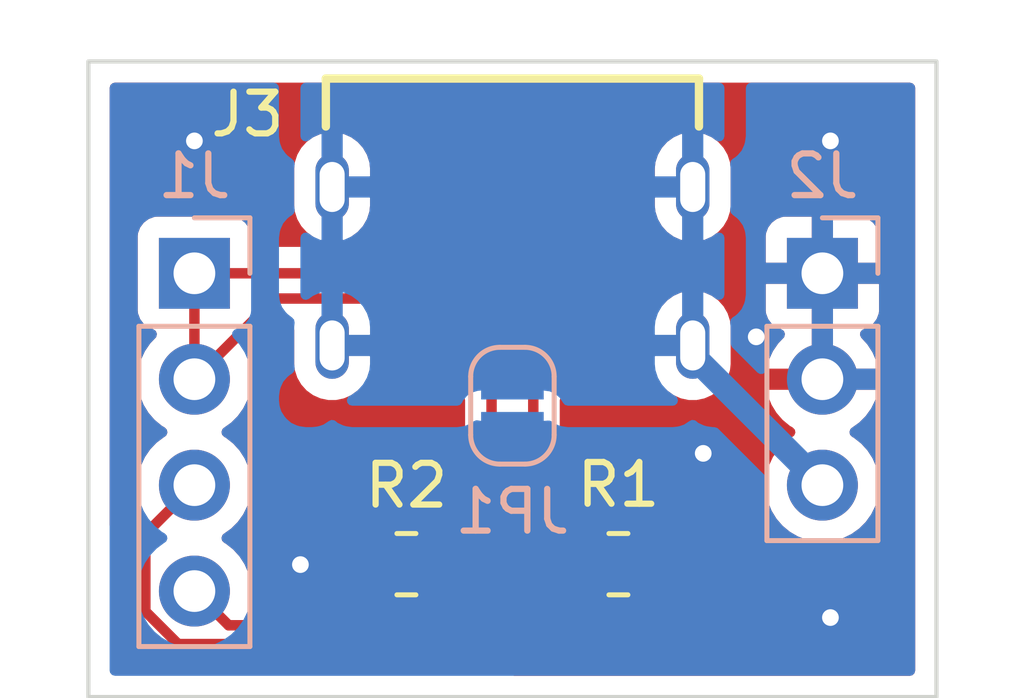
<source format=kicad_pcb>
(kicad_pcb (version 20211014) (generator pcbnew)
  (title_block (title "USB4125-GF-A Breakout Board") (date "2023-03-06") (rev "A") (company "ElektroNik Zoller") (comment 1 "Nikolai Zoller") (comment 4 "CERN-OHL-P"))
  (layers (0 "F.Cu" signal) (31 "B.Cu" signal) (34 "B.Paste" user) (35 "F.Paste" user) (36 "B.SilkS" user "B.Silkscreen") (37 "F.SilkS" user "F.Silkscreen") (38 "B.Mask" user) (39 "F.Mask" user) (44 "Edge.Cuts" user))
  (net 0 "")
  (net 1 "GND")
  (net 2 "/CC2")
  (net 3 "/CC1")
  (net 4 "/VBUS")
  (net 5 "/SHIELD")
  (footprint "Resistor_SMD:R_0805_2012Metric_Pad1.20x1.40mm_HandSolder" (layer "F.Cu") (at 132.08 99.685 180)
    (fp_text reference "R2" (at 0 1.885) (layer "F.SilkS"))
    (fp_text value "5.1k")
    (fp_line (start -0.227064 0.735) (end 0.227064 0.735) (layer "F.SilkS") (width 0.12))
    (fp_line (start -0.227064 -0.735) (end 0.227064 -0.735) (layer "F.SilkS") (width 0.12))
    (pad "1" smd roundrect (at -1 0 180) (size 1.2 1.4) (layers "F.Cu" "F.Paste" "F.Mask") (roundrect_rratio 0.2083333333) (net 2 "/CC2"))
    (pad "2" smd roundrect (at 1 0 180) (size 1.2 1.4) (layers "F.Cu" "F.Paste" "F.Mask") (roundrect_rratio 0.2083333333) (net 1 "GND"))
  )
  (footprint "connectors:GCT_USB4125-GF-A" (layer "F.Cu") (at 134.62 91.44 180)
    (fp_text reference "J3" (at 6.35 2.54) (layer "F.SilkS"))
    (fp_text value "USB4125-GF-A")
    (fp_line (start -4.47 3.4) (end 4.47 3.4) (layer "F.SilkS") (width 0.2))
    (fp_line (start -4.47 2.25) (end -4.47 3.4) (layer "F.SilkS") (width 0.2))
    (fp_line (start 4.47 3.4) (end 4.47 2.25) (layer "F.SilkS") (width 0.2))
    (pad "A5" smd rect (at -0.5 -3.08 180) (size 0.7 1.2) (layers "F.Cu" "F.Paste" "F.Mask") (net 3 "/CC1"))
    (pad "A9" smd rect (at 1.52 -3.08 180) (size 0.76 1.2) (layers "F.Cu" "F.Paste" "F.Mask") (net 4 "/VBUS"))
    (pad "A12" smd rect (at 2.75 -3.08 180) (size 0.8 1.2) (layers "F.Cu" "F.Paste" "F.Mask") (net 1 "GND"))
    (pad "B5" smd rect (at 0.5 -3.08 180) (size 0.7 1.2) (layers "F.Cu" "F.Paste" "F.Mask") (net 2 "/CC2"))
    (pad "B9" smd rect (at -1.52 -3.08 180) (size 0.76 1.2) (layers "F.Cu" "F.Paste" "F.Mask") (net 4 "/VBUS"))
    (pad "B12" smd rect (at -2.75 -3.08 180) (size 0.8 1.2) (layers "F.Cu" "F.Paste" "F.Mask") (net 1 "GND"))
    (pad "S1" thru_hole oval (at 4.32 -3 180) (size 0.8 1.6) (drill oval 0.6 1.2) (layers *.Cu) (net 5 "/SHIELD"))
    (pad "S1" thru_hole oval (at -4.32 0.8 180) (size 0.8 1.6) (drill oval 0.6 1.2) (layers *.Cu) (net 5 "/SHIELD"))
    (pad "S1" thru_hole oval (at -4.32 -3 180) (size 0.8 1.6) (drill oval 0.6 1.2) (layers *.Cu) (net 5 "/SHIELD"))
    (pad "S1" thru_hole oval (at 4.32 0.8 180) (size 0.8 1.6) (drill oval 0.6 1.2) (layers *.Cu) (net 5 "/SHIELD"))
  )
  (footprint "Resistor_SMD:R_0805_2012Metric_Pad1.20x1.40mm_HandSolder" (layer "F.Cu") (at 137.16 99.685)
    (fp_text reference "R1" (at 0 -1.905) (layer "F.SilkS"))
    (fp_text value "5.1k")
    (fp_line (start -0.227064 0.735) (end 0.227064 0.735) (layer "F.SilkS") (width 0.12))
    (fp_line (start -0.227064 -0.735) (end 0.227064 -0.735) (layer "F.SilkS") (width 0.12))
    (pad "1" smd roundrect (at -1 0) (size 1.2 1.4) (layers "F.Cu" "F.Paste" "F.Mask") (roundrect_rratio 0.2083333333) (net 3 "/CC1"))
    (pad "2" smd roundrect (at 1 0) (size 1.2 1.4) (layers "F.Cu" "F.Paste" "F.Mask") (roundrect_rratio 0.2083333333) (net 1 "GND"))
  )
  (footprint "Jumper:SolderJumper-2_P1.3mm_Open_RoundedPad1.0x1.5mm" (layer "B.Cu") (at 134.62 95.885 90)
    (fp_text reference "JP1" (at -2.54 0 180) (layer "B.SilkS") (effects (justify mirror)))
    (fp_text value "SolderJumper_2_Open")
    (fp_line (start 0.7 -1) (end -0.7 -1) (layer "B.SilkS") (width 0.12))
    (fp_line (start -1.4 -0.3) (end -1.4 0.3) (layer "B.SilkS") (width 0.12))
    (fp_line (start 1.4 0.3) (end 1.4 -0.3) (layer "B.SilkS") (width 0.12))
    (fp_line (start -0.7 1) (end 0.7 1) (layer "B.SilkS") (width 0.12))
    (fp_arc (start 0.7 -1) (mid 1.194975 -0.794975) (end 1.4 -0.3) (layer "B.SilkS") (width 0.12))
    (fp_arc (start -1.4 -0.3) (mid -1.194975 -0.794975) (end -0.7 -1) (layer "B.SilkS") (width 0.12))
    (fp_arc (start -0.7 1) (mid -1.194975 0.794975) (end -1.4 0.3) (layer "B.SilkS") (width 0.12))
    (fp_arc (start 1.4 0.3) (mid 1.194975 0.794975) (end 0.7 1) (layer "B.SilkS") (width 0.12))
    (pad "1" smd custom (at -0.65 0 90) (size 1 0.5) (layers "B.Cu" "B.Mask") (net 1 "GND") (options (clearance outline) (anchor rect)) (primitives (gr_circle (center 0 -0.25) (end 0.5 -0.25) (width 0) (fill yes)) (gr_circle (center 0 0.25) (end 0.5 0.25) (width 0) (fill yes)) (gr_poly (pts (xy 0.5 -0.75) (xy 0 -0.75) (xy 0 0.75) (xy 0.5 0.75)) (width 0) (fill yes))))
    (pad "2" smd custom (at 0.65 0 90) (size 1 0.5) (layers "B.Cu" "B.Mask") (net 5 "/SHIELD") (options (clearance outline) (anchor rect)) (primitives (gr_circle (center 0 -0.25) (end 0.5 -0.25) (width 0) (fill yes)) (gr_circle (center 0 0.25) (end 0.5 0.25) (width 0) (fill yes)) (gr_poly (pts (xy 0 -0.75) (xy -0.5 -0.75) (xy -0.5 0.75) (xy 0 0.75)) (width 0) (fill yes))))
  )
  (footprint "Connector_PinHeader_2.54mm:PinHeader_1x04_P2.54mm_Vertical" (layer "B.Cu") (at 127 92.71 180)
    (fp_text reference "J1" (at 0 2.33) (layer "B.SilkS") (effects (justify mirror)))
    (fp_text value "Conn_01x04_Male")
    (fp_line (start -1.33 -1.27) (end 1.33 -1.27) (layer "B.SilkS") (width 0.12))
    (fp_line (start -1.33 0) (end -1.33 1.33) (layer "B.SilkS") (width 0.12))
    (fp_line (start -1.33 -1.27) (end -1.33 -8.95) (layer "B.SilkS") (width 0.12))
    (fp_line (start -1.33 1.33) (end 0 1.33) (layer "B.SilkS") (width 0.12))
    (fp_line (start -1.33 -8.95) (end 1.33 -8.95) (layer "B.SilkS") (width 0.12))
    (fp_line (start 1.33 -1.27) (end 1.33 -8.95) (layer "B.SilkS") (width 0.12))
    (pad "1" thru_hole rect (at 0 0 180) (size 1.7 1.7) (drill 1) (layers *.Cu *.Mask) (net 4 "/VBUS"))
    (pad "2" thru_hole oval (at 0 -2.54 180) (size 1.7 1.7) (drill 1) (layers *.Cu *.Mask) (net 4 "/VBUS"))
    (pad "3" thru_hole oval (at 0 -5.08 180) (size 1.7 1.7) (drill 1) (layers *.Cu *.Mask) (net 3 "/CC1"))
    (pad "4" thru_hole oval (at 0 -7.62 180) (size 1.7 1.7) (drill 1) (layers *.Cu *.Mask) (net 2 "/CC2"))
  )
  (footprint "drawings:elektronik-emblem_3x3.5_solder" (layer "B.Cu") (at 134.62 91.186 180)
    (fp_text reference "G***" hide)
    (fp_text value "LOGO" hide)
  )
  (footprint "Connector_PinHeader_2.54mm:PinHeader_1x03_P2.54mm_Vertical" (layer "B.Cu") (at 142.0475 92.71 180)
    (fp_text reference "J2" (at 0 2.33) (layer "B.SilkS") (effects (justify mirror)))
    (fp_text value "Conn_01x03_Male")
    (fp_line (start 1.33 -1.27) (end 1.33 -6.41) (layer "B.SilkS") (width 0.12))
    (fp_line (start -1.33 0) (end -1.33 1.33) (layer "B.SilkS") (width 0.12))
    (fp_line (start -1.33 -6.41) (end 1.33 -6.41) (layer "B.SilkS") (width 0.12))
    (fp_line (start -1.33 1.33) (end 0 1.33) (layer "B.SilkS") (width 0.12))
    (fp_line (start -1.33 -1.27) (end -1.33 -6.41) (layer "B.SilkS") (width 0.12))
    (fp_line (start -1.33 -1.27) (end 1.33 -1.27) (layer "B.SilkS") (width 0.12))
    (pad "1" thru_hole rect (at 0 0 180) (size 1.7 1.7) (drill 1) (layers *.Cu *.Mask) (net 1 "GND"))
    (pad "2" thru_hole oval (at 0 -2.54 180) (size 1.7 1.7) (drill 1) (layers *.Cu *.Mask) (net 1 "GND"))
    (pad "3" thru_hole oval (at 0 -5.08 180) (size 1.7 1.7) (drill 1) (layers *.Cu *.Mask) (net 5 "/SHIELD"))
  )
  (gr_rect (start 124.46 87.63) (end 144.78 102.87) (layer "Edge.Cuts") (width 0.1) (fill none))
  (via (at 140.462 94.234) (size 0.8) (drill 0.4) (layers "F.Cu" "B.Cu") (net 1))
  (via (at 142.24 100.965) (size 0.8) (drill 0.4) (layers "F.Cu" "B.Cu") (net 1))
  (via (at 129.54 99.695) (size 0.8) (drill 0.4) (layers "F.Cu" "B.Cu") (net 1))
  (via (at 139.192 97.028) (size 0.8) (drill 0.4) (layers "F.Cu" "B.Cu") (net 1))
  (via (at 127 89.535) (size 0.8) (drill 0.4) (layers "F.Cu" "B.Cu") (net 1))
  (via (at 142.24 89.535) (size 0.8) (drill 0.4) (layers "F.Cu" "B.Cu") (net 1))
  (segment (start 135.27 96.74538) (end 135.27 97.155) (width 0.25) (layer "B.Cu") (net 1))
  (segment (start 127.82 101.15) (end 127 100.33) (width 0.25) (layer "F.Cu") (net 2))
  (segment (start 133.08 100.6) (end 132.53 101.15) (width 0.25) (layer "F.Cu") (net 2))
  (segment (start 133.08 99.685) (end 133.08 100.6) (width 0.25) (layer "F.Cu") (net 2))
  (segment (start 132.53 101.15) (end 127.82 101.15) (width 0.25) (layer "F.Cu") (net 2))
  (segment (start 134.12 98.645) (end 134.12 94.52) (width 0.25) (layer "F.Cu") (net 2))
  (segment (start 133.08 99.685) (end 134.12 98.645) (width 0.25) (layer "F.Cu") (net 2))
  (segment (start 125.825 98.965) (end 125.825 100.816701) (width 0.25) (layer "F.Cu") (net 3))
  (segment (start 134.245 101.6) (end 136.16 99.685) (width 0.25) (layer "F.Cu") (net 3))
  (segment (start 135.12 98.645) (end 136.16 99.685) (width 0.25) (layer "F.Cu") (net 3))
  (segment (start 135.12 94.52) (end 135.12 98.645) (width 0.25) (layer "F.Cu") (net 3))
  (segment (start 127 97.79) (end 125.825 98.965) (width 0.25) (layer "F.Cu") (net 3))
  (segment (start 125.825 100.816701) (end 126.608299 101.6) (width 0.25) (layer "F.Cu") (net 3))
  (segment (start 126.608299 101.6) (end 134.245 101.6) (width 0.25) (layer "F.Cu") (net 3))
  (segment (start 136.14 94.52) (end 136.14 93.67) (width 0.25) (layer "F.Cu") (net 4))
  (segment (start 133.1 94.52) (end 133.1 94.1) (width 0.25) (layer "F.Cu") (net 4))
  (segment (start 135.18 92.71) (end 127 92.71) (width 0.25) (layer "F.Cu") (net 4))
  (segment (start 136.14 93.67) (end 135.18 92.71) (width 0.25) (layer "F.Cu") (net 4))
  (segment (start 127 92.71) (end 127 95.25) (width 0.25) (layer "F.Cu") (net 4))
  (segment (start 128.935 93.315) (end 127 95.25) (width 0.25) (layer "F.Cu") (net 4))
  (segment (start 132.315 93.315) (end 128.935 93.315) (width 0.25) (layer "F.Cu") (net 4))
  (segment (start 133.1 94.1) (end 132.315 93.315) (width 0.25) (layer "F.Cu") (net 4))
  (segment (start 138.94 94.44) (end 138.94 94.6825) (width 0.6) (layer "B.Cu") (net 5))
  (segment (start 138.94 94.6825) (end 142.0475 97.79) (width 0.6) (layer "B.Cu") (net 5))
  (zone (net 1) (net_name "GND") (layers F&B.Cu) (connect_pads (clearance 0.508)) (min_thickness 0.254) (fill yes (thermal_gap 0.508) (thermal_bridge_width 0.508))
    (polygon (pts (xy 144.78 102.87) (xy 124.46 102.87) (xy 124.46 87.63) (xy 144.78 87.63)))
  )
  (zone (net 5) (net_name "/SHIELD") (layer "B.Cu") (priority 1) (connect_pads (clearance 0.508)) (min_thickness 0.254) (fill yes (thermal_gap 0.508) (thermal_bridge_width 0.508))
    (polygon (pts (xy 139.7 95.885) (xy 129.54 95.885) (xy 129.54 87.63) (xy 139.7 87.63)))
  )
)
</source>
